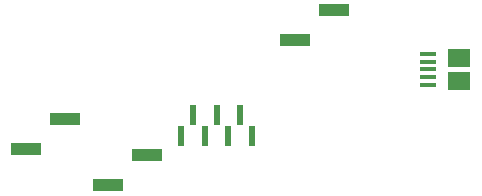
<source format=gbp>
G04 #@! TF.GenerationSoftware,KiCad,Pcbnew,(6.0.0)*
G04 #@! TF.CreationDate,2022-03-23T01:08:54-05:00*
G04 #@! TF.ProjectId,temp sensor,74656d70-2073-4656-9e73-6f722e6b6963,0.3*
G04 #@! TF.SameCoordinates,Original*
G04 #@! TF.FileFunction,Paste,Bot*
G04 #@! TF.FilePolarity,Positive*
%FSLAX45Y45*%
G04 Gerber Fmt 4.5, Leading zero omitted, Abs format (unit mm)*
G04 Created by KiCad (PCBNEW (6.0.0)) date 2022-03-23 01:08:54*
%MOMM*%
%LPD*%
G01*
G04 APERTURE LIST*
%ADD10R,1.350000X0.400000*%
%ADD11R,1.900000X1.500000*%
%ADD12R,0.600000X1.750000*%
%ADD13R,2.510000X1.000000*%
G04 APERTURE END LIST*
D10*
G04 #@! TO.C,J4*
X16056250Y-9135000D03*
X16056250Y-9200000D03*
X16056250Y-9265000D03*
X16056250Y-9330000D03*
X16056250Y-9395000D03*
D11*
X16326250Y-9365000D03*
X16326250Y-9165000D03*
G04 #@! TD*
D12*
G04 #@! TO.C,J3*
X13971000Y-9824500D03*
X14071000Y-9649500D03*
X14171000Y-9824500D03*
X14271000Y-9649500D03*
X14371000Y-9824500D03*
X14471000Y-9649500D03*
X14571000Y-9824500D03*
G04 #@! TD*
D13*
G04 #@! TO.C,J2*
X13685300Y-9993000D03*
X13354300Y-10247000D03*
G04 #@! TD*
G04 #@! TO.C,J6*
X12990300Y-9683000D03*
X12659300Y-9937000D03*
G04 #@! TD*
G04 #@! TO.C,J5*
X15265300Y-8763000D03*
X14934300Y-9017000D03*
G04 #@! TD*
M02*

</source>
